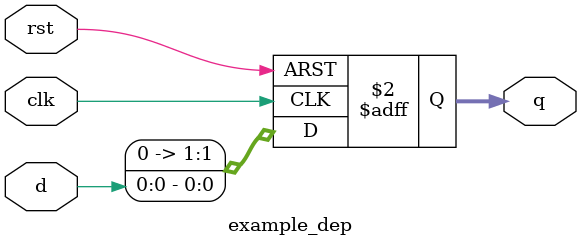
<source format=sv>
module example_dep (
    input logic clk,
    input logic rst,
    input logic d,
    output logic [1:0] q
);

always_ff @( posedge clk, posedge rst ) begin
    if (rst)
        q <= '0;
    else
        q <= d; // this causes a linting error (WIDTHEXPAND)
end

endmodule

</source>
